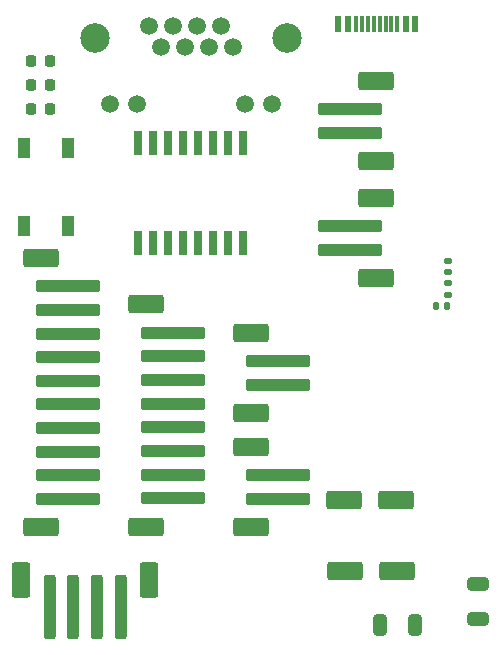
<source format=gbr>
%TF.GenerationSoftware,KiCad,Pcbnew,8.0.0*%
%TF.CreationDate,2024-03-22T12:56:57+01:00*%
%TF.ProjectId,WCH-ETH-LOW,5743482d-4554-4482-9d4c-4f572e6b6963,rev?*%
%TF.SameCoordinates,Original*%
%TF.FileFunction,Paste,Top*%
%TF.FilePolarity,Positive*%
%FSLAX46Y46*%
G04 Gerber Fmt 4.6, Leading zero omitted, Abs format (unit mm)*
G04 Created by KiCad (PCBNEW 8.0.0) date 2024-03-22 12:56:57*
%MOMM*%
%LPD*%
G01*
G04 APERTURE LIST*
G04 Aperture macros list*
%AMRoundRect*
0 Rectangle with rounded corners*
0 $1 Rounding radius*
0 $2 $3 $4 $5 $6 $7 $8 $9 X,Y pos of 4 corners*
0 Add a 4 corners polygon primitive as box body*
4,1,4,$2,$3,$4,$5,$6,$7,$8,$9,$2,$3,0*
0 Add four circle primitives for the rounded corners*
1,1,$1+$1,$2,$3*
1,1,$1+$1,$4,$5*
1,1,$1+$1,$6,$7*
1,1,$1+$1,$8,$9*
0 Add four rect primitives between the rounded corners*
20,1,$1+$1,$2,$3,$4,$5,0*
20,1,$1+$1,$4,$5,$6,$7,0*
20,1,$1+$1,$6,$7,$8,$9,0*
20,1,$1+$1,$8,$9,$2,$3,0*%
G04 Aperture macros list end*
%ADD10RoundRect,0.250000X2.500000X-0.250000X2.500000X0.250000X-2.500000X0.250000X-2.500000X-0.250000X0*%
%ADD11RoundRect,0.250000X1.250000X-0.550000X1.250000X0.550000X-1.250000X0.550000X-1.250000X-0.550000X0*%
%ADD12RoundRect,0.250000X-2.500000X0.250000X-2.500000X-0.250000X2.500000X-0.250000X2.500000X0.250000X0*%
%ADD13RoundRect,0.250000X-1.250000X0.550000X-1.250000X-0.550000X1.250000X-0.550000X1.250000X0.550000X0*%
%ADD14RoundRect,0.218750X0.218750X0.256250X-0.218750X0.256250X-0.218750X-0.256250X0.218750X-0.256250X0*%
%ADD15RoundRect,0.147500X-0.172500X0.147500X-0.172500X-0.147500X0.172500X-0.147500X0.172500X0.147500X0*%
%ADD16R,0.600000X1.450000*%
%ADD17R,0.300000X1.450000*%
%ADD18R,0.750000X2.000000*%
%ADD19RoundRect,0.250000X-0.650000X0.325000X-0.650000X-0.325000X0.650000X-0.325000X0.650000X0.325000X0*%
%ADD20RoundRect,0.250000X-1.250000X-0.550000X1.250000X-0.550000X1.250000X0.550000X-1.250000X0.550000X0*%
%ADD21RoundRect,0.140000X0.170000X-0.140000X0.170000X0.140000X-0.170000X0.140000X-0.170000X-0.140000X0*%
%ADD22RoundRect,0.140000X0.140000X0.170000X-0.140000X0.170000X-0.140000X-0.170000X0.140000X-0.170000X0*%
%ADD23C,2.500000*%
%ADD24C,1.520000*%
%ADD25RoundRect,0.250000X0.325000X0.650000X-0.325000X0.650000X-0.325000X-0.650000X0.325000X-0.650000X0*%
%ADD26R,1.000000X1.700000*%
%ADD27RoundRect,0.250000X-0.250000X-2.500000X0.250000X-2.500000X0.250000X2.500000X-0.250000X2.500000X0*%
%ADD28RoundRect,0.250000X-0.550000X-1.250000X0.550000X-1.250000X0.550000X1.250000X-0.550000X1.250000X0*%
G04 APERTURE END LIST*
D10*
%TO.C,J2*%
X79502000Y-118872000D03*
X79502000Y-116872000D03*
X79502000Y-114872000D03*
X79502000Y-112872000D03*
X79502000Y-110872000D03*
X79502000Y-108872000D03*
X79502000Y-106872000D03*
X79502000Y-104872000D03*
X79502000Y-102872000D03*
X79502000Y-100872000D03*
D11*
X77252000Y-121272000D03*
X77252000Y-98472000D03*
%TD*%
D12*
%TO.C,J6*%
X103394000Y-95774000D03*
X103394000Y-97774000D03*
D13*
X105644000Y-93374000D03*
X105644000Y-100174000D03*
%TD*%
D14*
%TO.C,D26*%
X78003500Y-83820000D03*
X76428500Y-83820000D03*
%TD*%
D15*
%TO.C,L4*%
X111660000Y-100595000D03*
X111660000Y-101565000D03*
%TD*%
D16*
%TO.C,J10*%
X108914000Y-78669000D03*
X108114000Y-78669000D03*
D17*
X106914000Y-78669000D03*
X105914000Y-78669000D03*
X105414000Y-78669000D03*
X104414000Y-78669000D03*
D16*
X103214000Y-78669000D03*
X102414000Y-78669000D03*
X102414000Y-78669000D03*
X103214000Y-78669000D03*
D17*
X103914000Y-78669000D03*
X104914000Y-78669000D03*
X106414000Y-78669000D03*
X107414000Y-78669000D03*
D16*
X108114000Y-78669000D03*
X108914000Y-78669000D03*
%TD*%
D18*
%TO.C,L2*%
X85471000Y-97164000D03*
X86741000Y-97164000D03*
X88011000Y-97164000D03*
X89281000Y-97164000D03*
X90551000Y-97164000D03*
X91821000Y-97164000D03*
X93091000Y-97164000D03*
X94361000Y-97164000D03*
X94361000Y-88764000D03*
X93091000Y-88764000D03*
X91821000Y-88764000D03*
X90551000Y-88764000D03*
X89281000Y-88764000D03*
X88011000Y-88764000D03*
X86741000Y-88764000D03*
X85471000Y-88764000D03*
%TD*%
D14*
%TO.C,D19*%
X78003500Y-85852000D03*
X76428500Y-85852000D03*
%TD*%
D10*
%TO.C,J7*%
X88392000Y-118808000D03*
X88392000Y-116808000D03*
X88392000Y-114808000D03*
X88392000Y-112808000D03*
X88392000Y-110808000D03*
X88392000Y-108808000D03*
X88392000Y-106808000D03*
X88392000Y-104808000D03*
D11*
X86142000Y-121208000D03*
X86142000Y-102408000D03*
%TD*%
D19*
%TO.C,C43*%
X114250000Y-126065000D03*
X114250000Y-129015000D03*
%TD*%
D20*
%TO.C,C10*%
X102956000Y-124968000D03*
X107356000Y-124968000D03*
%TD*%
D10*
%TO.C,J3*%
X97282000Y-118872000D03*
X97282000Y-116872000D03*
D11*
X95032000Y-121272000D03*
X95032000Y-114472000D03*
%TD*%
D21*
%TO.C,C42*%
X111660000Y-99660000D03*
X111660000Y-98700000D03*
%TD*%
D14*
%TO.C,D27*%
X78003500Y-81788000D03*
X76428500Y-81788000D03*
%TD*%
D22*
%TO.C,C45*%
X111640000Y-102580000D03*
X110680000Y-102580000D03*
%TD*%
D23*
%TO.C,RJ1*%
X98046000Y-79835000D03*
X81786000Y-79835000D03*
D24*
X83056000Y-85405000D03*
X85346000Y-85405000D03*
X94486000Y-85405000D03*
X96776000Y-85405000D03*
X93486000Y-80595000D03*
X92466000Y-78805000D03*
X91446000Y-80595000D03*
X90426000Y-78805000D03*
X89406000Y-80595000D03*
X88386000Y-78805000D03*
X87366000Y-80595000D03*
X86346000Y-78805000D03*
%TD*%
D20*
%TO.C,C13*%
X102930000Y-118970000D03*
X107330000Y-118970000D03*
%TD*%
D12*
%TO.C,J4*%
X103394000Y-85868000D03*
X103394000Y-87868000D03*
D13*
X105644000Y-83468000D03*
X105644000Y-90268000D03*
%TD*%
D10*
%TO.C,J5*%
X97282000Y-109220000D03*
X97282000Y-107220000D03*
D11*
X95032000Y-111620000D03*
X95032000Y-104820000D03*
%TD*%
D25*
%TO.C,C44*%
X108875000Y-129530000D03*
X105925000Y-129530000D03*
%TD*%
D26*
%TO.C,SW1*%
X75802000Y-95754000D03*
X75802000Y-89154000D03*
X79502000Y-95754000D03*
X79502000Y-89154000D03*
%TD*%
D27*
%TO.C,J1*%
X77978000Y-128016000D03*
X79978000Y-128016000D03*
X81978000Y-128016000D03*
X83978000Y-128016000D03*
D28*
X75578000Y-125766000D03*
X86378000Y-125766000D03*
%TD*%
M02*

</source>
